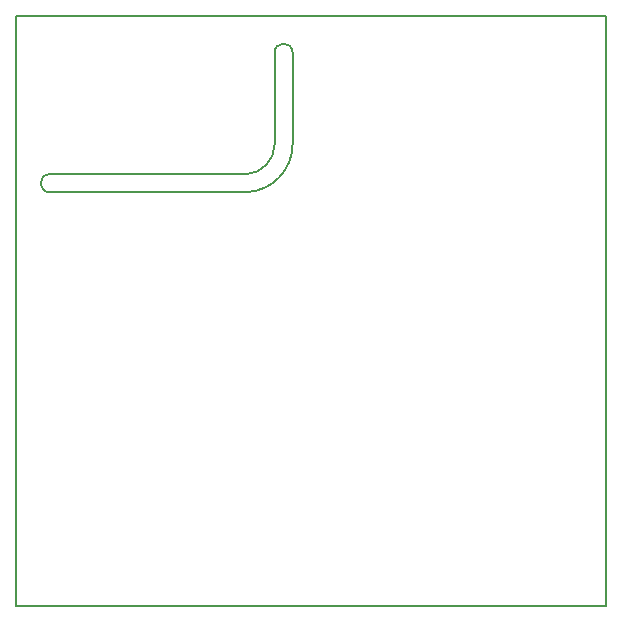
<source format=gm1>
G04 #@! TF.FileFunction,Profile,NP*
%FSLAX46Y46*%
G04 Gerber Fmt 4.6, Leading zero omitted, Abs format (unit mm)*
G04 Created by KiCad (PCBNEW 0.201603210401+6634~43~ubuntu14.04.1-product) date mån 28 mar 2016 16:54:20*
%MOMM*%
G01*
G04 APERTURE LIST*
%ADD10C,0.050000*%
%ADD11C,0.150000*%
G04 APERTURE END LIST*
D10*
D11*
X102870000Y-113411000D02*
G75*
G03X102870000Y-114935000I0J-762000D01*
G01*
X119507000Y-114935000D02*
X102870000Y-114935000D01*
X119506938Y-114933017D02*
G75*
G03X123444000Y-110871000I-126938J4062017D01*
G01*
X123444000Y-103124000D02*
G75*
G03X121920000Y-103124000I-762000J0D01*
G01*
X123444000Y-103124000D02*
X123444000Y-110871000D01*
X119506841Y-113407831D02*
G75*
G03X121920000Y-110871000I-126841J2536831D01*
G01*
X119507000Y-113411000D02*
X102870000Y-113411000D01*
X121920000Y-103124000D02*
X121920000Y-110871000D01*
X100000000Y-150000000D02*
X100000000Y-100000000D01*
X150000000Y-150000000D02*
X100000000Y-150000000D01*
X150000000Y-100000000D02*
X150000000Y-150000000D01*
X100000000Y-100000000D02*
X150000000Y-100000000D01*
M02*

</source>
